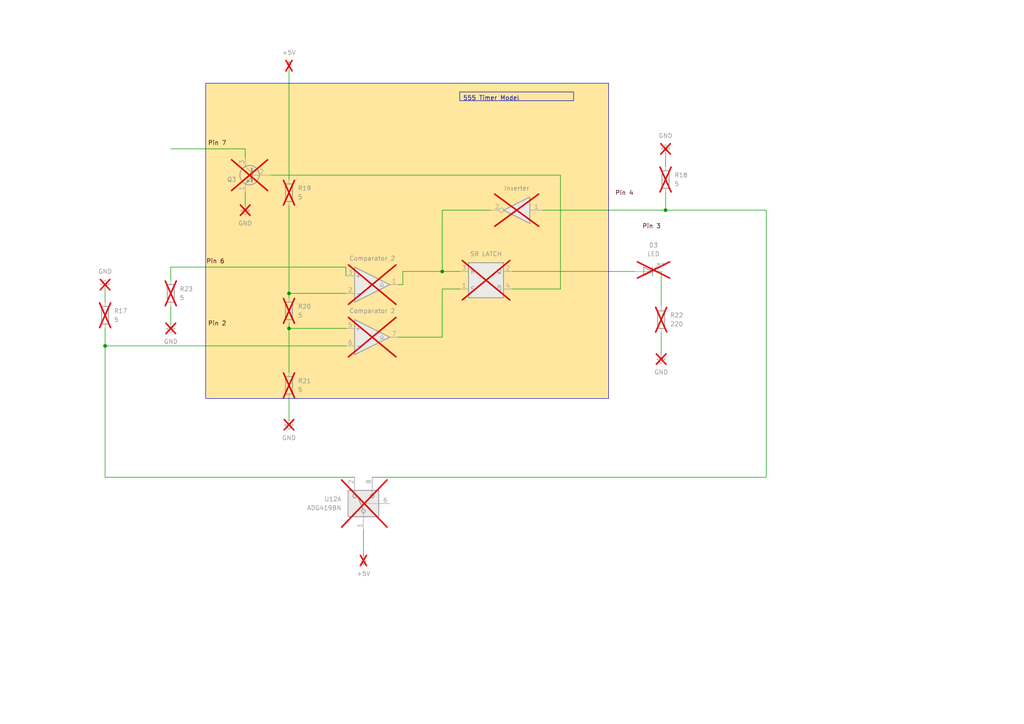
<source format=kicad_sch>
(kicad_sch (version 20231120) (generator "eeschema") (generator_version "8.0")
  (paper "A4")
  (lib_symbols
    (symbol "74xx:74LS04"
      (property "Reference" "U" (at 0 1.27 0))
      (property "Value" "74LS04" (at 0 -1.27 0))
      (symbol "74LS04_1_0"
        (polyline (pts (xy -3.81 3.81) (xy -3.81 -3.81) (xy 3.81 0) (xy -3.81 3.81)) (stroke (width 0.254)) (fill (type background)))
        (pin input line (at -7.62 0 0) (length 3.81) (name "~") (number "1"))
        (pin output inverted (at 7.62 0 180) (length 3.81) (name "~") (number "2"))
      )
      (symbol "74LS04_2_0"
        (polyline (pts (xy -3.81 3.81) (xy -3.81 -3.81) (xy 3.81 0) (xy -3.81 3.81)) (stroke (width 0.254)) (fill (type background)))
        (pin input line (at -7.62 0 0) (length 3.81) (name "~") (number "3"))
        (pin output inverted (at 7.62 0 180) (length 3.81) (name "~") (number "4"))
      )
      (symbol "74LS04_3_0"
        (polyline (pts (xy -3.81 3.81) (xy -3.81 -3.81) (xy 3.81 0) (xy -3.81 3.81)) (stroke (width 0.254)) (fill (type background)))
        (pin input line (at -7.62 0 0) (length 3.81) (name "~") (number "5"))
        (pin output inverted (at 7.62 0 180) (length 3.81) (name "~") (number "6"))
      )
      (symbol "74LS04_4_0"
        (polyline (pts (xy -3.81 3.81) (xy -3.81 -3.81) (xy 3.81 0) (xy -3.81 3.81)) (stroke (width 0.254)) (fill (type background)))
        (pin output inverted (at 7.62 0 180) (length 3.81) (name "~") (number "8"))
        (pin input line (at -7.62 0 0) (length 3.81) (name "~") (number "9"))
      )
      (symbol "74LS04_5_0"
        (polyline (pts (xy -3.81 3.81) (xy -3.81 -3.81) (xy 3.81 0) (xy -3.81 3.81)) (stroke (width 0.254)) (fill (type background)))
        (pin output inverted (at 7.62 0 180) (length 3.81) (name "~") (number "10"))
        (pin input line (at -7.62 0 0) (length 3.81) (name "~") (number "11"))
      )
      (symbol "74LS04_6_0"
        (polyline (pts (xy -3.81 3.81) (xy -3.81 -3.81) (xy 3.81 0) (xy -3.81 3.81)) (stroke (width 0.254)) (fill (type background)))
        (pin output inverted (at 7.62 0 180) (length 3.81) (name "~") (number "12"))
        (pin input line (at -7.62 0 0) (length 3.81) (name "~") (number "13"))
      )
      (symbol "74LS04_7_0"
        (pin power_in line (at 0 12.7 270) (length 5.08) (name "VCC") (number "14"))
        (pin power_in line (at 0 -12.7 90) (length 5.08) (name "GND") (number "7"))
      )
      (symbol "74LS04_7_1"
        (rectangle (start -5.08 7.62) (end 5.08 -7.62) (stroke (width 0.254)) (fill (type background)))
      )
    )
    (symbol "Analog_Switch:ADG419BN" (pin_names (offset 0.254))
      (property "Reference" "U" (at -3.175 7.493 0))
      (property "Value" "ADG419BN" (at -3.175 5.715 0))
      (symbol "ADG419BN_1_1"
        (rectangle (start -3.81 4.445) (end 3.81 -4.445) (stroke (width 0.254)) (fill (type background)))
        (circle (center -2.159 0) (radius 0.508) (stroke (width 0.254)))
        (polyline (pts (xy -5.08 0) (xy -2.794 0)))
        (polyline (pts (xy -1.651 0.127) (xy 2.54 1.905)) (stroke (width 0.254)))
        (polyline (pts (xy 0 -5.08) (xy 0 -4.572)))
        (polyline (pts (xy 0 -4.318) (xy 0 -4.064)))
        (polyline (pts (xy 0 -3.81) (xy 0 -3.556)))
        (polyline (pts (xy 0 -3.302) (xy 0 -3.048)))
        (polyline (pts (xy 0 -2.794) (xy 0 -2.54)))
        (polyline (pts (xy 0 -2.286) (xy 0 -2.032)))
        (polyline (pts (xy 0 -1.778) (xy 0 -1.524)))
        (polyline (pts (xy 0 -1.27) (xy 0 -1.016)))
        (polyline (pts (xy 0 -0.762) (xy 0 -0.508)))
        (polyline (pts (xy 0 -0.254) (xy 0 0)))
        (polyline (pts (xy 0 0.254) (xy 0 0.508)))
        (polyline (pts (xy 0 0.254) (xy 0 0.508)))
        (polyline (pts (xy 5.08 -2.54) (xy 2.794 -2.54)))
        (polyline (pts (xy 5.08 2.54) (xy 2.794 2.54)))
        (circle (center 2.159 -2.54) (radius 0.508) (stroke (width 0.254)))
        (circle (center 2.159 2.54) (radius 0.508) (stroke (width 0.254)))
        (pin passive line (at -7.62 0 0) (length 2.54) (name "~") (number "1"))
        (pin passive line (at 7.62 2.54 180) (length 2.54) (name "~") (number "2"))
        (pin input line (at 0 -7.62 90) (length 2.54) (name "~") (number "6"))
        (pin passive line (at 7.62 -2.54 180) (length 2.54) (name "~") (number "8"))
      )
      (symbol "ADG419BN_2_0"
        (pin power_in line (at 0 -12.7 90) (length 2.54) (name "GND") (number "3"))
        (pin power_in line (at 0 12.7 270) (length 2.54) (name "V+") (number "4"))
        (pin power_in line (at 2.54 12.7 270) (length 2.54) (name "VL") (number "5"))
        (pin power_in line (at 2.54 -12.7 90) (length 2.54) (name "V-") (number "7"))
      )
      (symbol "ADG419BN_2_1"
        (rectangle (start -3.81 10.16) (end 6.35 -10.16) (stroke (width 0.254)) (fill (type background)))
      )
    )
    (symbol "Comparator:LMV393" (pin_names (offset 0.127))
      (property "Reference" "U" (at 3.81 3.81 0))
      (property "Value" "LMV393" (at 6.35 -3.81 0))
      (symbol "LMV393_1_1"
        (polyline (pts (xy -5.08 5.08) (xy 5.08 0) (xy -5.08 -5.08) (xy -5.08 5.08)) (stroke (width 0.254)) (fill (type background)))
        (polyline (pts (xy 3.302 -0.508) (xy 2.794 -0.508) (xy 3.302 0) (xy 2.794 0.508) (xy 2.286 0) (xy 2.794 -0.508) (xy 2.286 -0.508)) (stroke (width 0.127)))
        (pin open_collector line (at 7.62 0 180) (length 2.54) (name "~") (number "1"))
        (pin input line (at -7.62 -2.54 0) (length 2.54) (name "-") (number "2"))
        (pin input line (at -7.62 2.54 0) (length 2.54) (name "+") (number "3"))
      )
      (symbol "LMV393_2_1"
        (polyline (pts (xy -5.08 5.08) (xy 5.08 0) (xy -5.08 -5.08) (xy -5.08 5.08)) (stroke (width 0.254)) (fill (type background)))
        (polyline (pts (xy 3.302 -0.508) (xy 2.794 -0.508) (xy 3.302 0) (xy 2.794 0.508) (xy 2.286 0) (xy 2.794 -0.508) (xy 2.286 -0.508)) (stroke (width 0.127)))
        (pin input line (at -7.62 2.54 0) (length 2.54) (name "+") (number "5"))
        (pin input line (at -7.62 -2.54 0) (length 2.54) (name "-") (number "6"))
        (pin open_collector line (at 7.62 0 180) (length 2.54) (name "~") (number "7"))
      )
      (symbol "LMV393_3_1"
        (pin power_in line (at -2.54 -7.62 90) (length 3.81) (name "V-") (number "4"))
        (pin power_in line (at -2.54 7.62 270) (length 3.81) (name "V+") (number "8"))
      )
    )
    (symbol "Device:LED" (pin_numbers hide) (pin_names (offset 1.016) hide)
      (property "Reference" "D" (at 0 2.54 0))
      (property "Value" "LED" (at 0 -2.54 0))
      (symbol "LED_0_1"
        (polyline (pts (xy -1.27 -1.27) (xy -1.27 1.27)) (stroke (width 0.254)))
        (polyline (pts (xy -1.27 0) (xy 1.27 0)))
        (polyline (pts (xy 1.27 -1.27) (xy 1.27 1.27) (xy -1.27 0) (xy 1.27 -1.27)) (stroke (width 0.254)))
        (polyline (pts (xy -3.048 -0.762) (xy -4.572 -2.286) (xy -3.81 -2.286) (xy -4.572 -2.286) (xy -4.572 -1.524)))
        (polyline (pts (xy -1.778 -0.762) (xy -3.302 -2.286) (xy -2.54 -2.286) (xy -3.302 -2.286) (xy -3.302 -1.524)))
      )
      (symbol "LED_1_1"
        (pin passive line (at -3.81 0 0) (length 2.54) (name "K") (number "1"))
        (pin passive line (at 3.81 0 180) (length 2.54) (name "A") (number "2"))
      )
    )
    (symbol "Device:R" (pin_numbers hide) (pin_names (offset 0))
      (property "Reference" "R" (at 2.032 0 90))
      (property "Value" "R" (at 0 0 90))
      (symbol "R_0_1"
        (rectangle (start -1.016 -2.54) (end 1.016 2.54) (stroke (width 0.254)))
      )
      (symbol "R_1_1"
        (pin passive line (at 0 3.81 270) (length 1.27) (name "~") (number "1"))
        (pin passive line (at 0 -3.81 90) (length 1.27) (name "~") (number "2"))
      )
    )
    (symbol "Symbols_Only:74LS279"
      (property "Reference" "U2" (at 0 10.16 0))
      (property "Value" "SR LATCH" (at 0 7.62 0))
      (symbol "74LS279_1_1"
        (rectangle (start -5.08 5.08) (end 5.08 -5.08) (stroke (width 0.254)) (fill (type background)))
        (pin input line (at -7.62 -2.54 0) (length 2.54) (name "S") (number "1"))
        (pin input line (at 7.62 2.54 180) (length 2.54) (name "Q") (number "2"))
        (pin input line (at -7.62 2.54 0) (length 2.54) (name "R") (number "3"))
        (pin output line (at 7.62 -2.54 180) (length 2.54) (name "~{Q}") (number "4"))
      )
      (symbol "74LS279_2_1"
        (rectangle (start -5.08 5.08) (end 5.08 -5.08) (stroke (width 0.254)) (fill (type background)))
        (pin input line (at -7.62 -2.54 0) (length 2.54) (name "~{R}") (number "5"))
        (pin input line (at -7.62 2.54 0) (length 2.54) (name "~{S}") (number "6"))
        (pin output line (at 7.62 0 180) (length 2.54) (name "Q") (number "7"))
      )
      (symbol "74LS279_3_1"
        (rectangle (start -5.08 5.08) (end 5.08 -5.08) (stroke (width 0.254)) (fill (type background)))
        (pin input line (at -7.62 -2.54 0) (length 2.54) (name "~{R}") (number "10"))
        (pin input line (at -7.62 2.54 0) (length 2.54) (name "~{S}") (number "11"))
        (pin input line (at -7.62 0 0) (length 2.54) (name "~{S}") (number "12"))
        (pin output line (at 7.62 0 180) (length 2.54) (name "Q") (number "9"))
      )
      (symbol "74LS279_4_1"
        (rectangle (start -5.08 5.08) (end 5.08 -5.08) (stroke (width 0.254)) (fill (type background)))
        (pin output line (at 7.62 0 180) (length 2.54) (name "Q") (number "13"))
        (pin input line (at -7.62 -2.54 0) (length 2.54) (name "~{R}") (number "14"))
        (pin input line (at -7.62 2.54 0) (length 2.54) (name "~{S}") (number "15"))
      )
      (symbol "74LS279_5_0"
        (pin power_in line (at 0 10.16 270) (length 2.54) (name "VCC") (number "16"))
        (pin power_in line (at 0 -10.16 90) (length 2.54) (name "GND") (number "8"))
      )
      (symbol "74LS279_5_1"
        (rectangle (start -5.08 7.62) (end 5.08 -7.62) (stroke (width 0.254)) (fill (type background)))
      )
    )
    (symbol "Transistor_BJT:BC107" (pin_names (offset 0) hide)
      (property "Reference" "Q" (at 5.08 1.905 0))
      (property "Value" "BC107" (at 5.08 0 0))
      (symbol "BC107_0_1"
        (polyline (pts (xy 0.635 0.635) (xy 2.54 2.54)))
        (polyline (pts (xy 0.635 -0.635) (xy 2.54 -2.54) (xy 2.54 -2.54)))
        (polyline (pts (xy 0.635 1.905) (xy 0.635 -1.905) (xy 0.635 -1.905)) (stroke (width 0.508)))
        (polyline (pts (xy 1.27 -1.778) (xy 1.778 -1.27) (xy 2.286 -2.286) (xy 1.27 -1.778) (xy 1.27 -1.778)) (fill (type outline)))
        (circle (center 1.27 0) (radius 2.8194) (stroke (width 0.254)))
      )
      (symbol "BC107_1_1"
        (pin passive line (at 2.54 -5.08 90) (length 2.54) (name "E") (number "1"))
        (pin input line (at -5.08 0 0) (length 5.715) (name "B") (number "2"))
        (pin passive line (at 2.54 5.08 270) (length 2.54) (name "C") (number "3"))
      )
    )
    (symbol "power:+5V" (power) (pin_numbers hide) (pin_names (offset 0) hide)
      (property "Value" "+5V" (at 0 3.556 0))
      (symbol "+5V_0_1"
        (polyline (pts (xy -0.762 1.27) (xy 0 2.54)))
        (polyline (pts (xy 0 0) (xy 0 2.54)))
        (polyline (pts (xy 0 2.54) (xy 0.762 1.27)))
      )
      (symbol "+5V_1_1"
        (pin power_in line (at 0 0 90) (length 0) (name "~") (number "1"))
      )
    )
    (symbol "power:GND" (power) (pin_numbers hide) (pin_names (offset 0) hide)
      (property "Value" "GND" (at 0 -3.81 0))
      (symbol "GND_0_1"
        (polyline (pts (xy 0 0) (xy 0 -1.27) (xy 1.27 -1.27) (xy 0 -2.54) (xy -1.27 -1.27) (xy 0 -1.27)))
      )
      (symbol "GND_1_1"
        (pin power_in line (at 0 0 270) (length 0) (name "~") (number "1"))
      )
    )
  )
  (junction (at 30.48 100.33))
  (junction (at 128.27 78.74))
  (junction (at 193.04 60.96))
  (junction (at 83.82 95.25))
  (junction (at 83.82 85.09))
  (wire (pts (xy 105.41 153.67) (xy 105.41 161.29)))
  (wire (pts (xy 100.33 77.47) (xy 100.33 80.01)))
  (wire (pts (xy 49.53 77.47) (xy 49.53 81.28)))
  (wire (pts (xy 184.15 78.74) (xy 148.59 78.74)))
  (wire (pts (xy 83.82 85.09) (xy 100.33 85.09)))
  (wire (pts (xy 83.82 93.98) (xy 83.82 95.25)))
  (wire (pts (xy 30.48 100.33) (xy 100.33 100.33)))
  (wire (pts (xy 83.82 95.25) (xy 83.82 107.95)))
  (wire (pts (xy 30.48 83.82) (xy 30.48 87.63)))
  (wire (pts (xy 83.82 20.32) (xy 83.82 52.07)))
  (wire (pts (xy 193.04 44.45) (xy 193.04 48.26)))
  (wire (pts (xy 128.27 83.82) (xy 133.35 83.82)))
  (wire (pts (xy 49.53 88.9) (xy 49.53 93.98)))
  (wire (pts (xy 116.84 82.55) (xy 116.84 78.74)))
  (wire (pts (xy 30.48 95.25) (xy 30.48 100.33)))
  (wire (pts (xy 49.53 77.47) (xy 100.33 77.47)))
  (wire (pts (xy 148.59 83.82) (xy 162.56 83.82)))
  (wire (pts (xy 162.56 50.8) (xy 78.74 50.8)))
  (wire (pts (xy 128.27 60.96) (xy 128.27 78.74)))
  (wire (pts (xy 83.82 85.09) (xy 83.82 86.36)))
  (wire (pts (xy 191.77 78.74) (xy 191.77 88.9)))
  (wire (pts (xy 142.24 60.96) (xy 128.27 60.96)))
  (wire (pts (xy 71.12 55.88) (xy 71.12 59.69)))
  (wire (pts (xy 222.25 60.96) (xy 193.04 60.96)))
  (wire (pts (xy 107.95 138.43) (xy 222.25 138.43)))
  (wire (pts (xy 115.57 82.55) (xy 116.84 82.55)))
  (wire (pts (xy 128.27 78.74) (xy 133.35 78.74)))
  (wire (pts (xy 157.48 60.96) (xy 193.04 60.96)))
  (wire (pts (xy 71.12 43.18) (xy 71.12 45.72)))
  (wire (pts (xy 49.53 43.18) (xy 71.12 43.18)))
  (wire (pts (xy 128.27 83.82) (xy 128.27 97.79)))
  (wire (pts (xy 222.25 138.43) (xy 222.25 60.96)))
  (wire (pts (xy 83.82 95.25) (xy 100.33 95.25)))
  (wire (pts (xy 193.04 55.88) (xy 193.04 60.96)))
  (wire (pts (xy 83.82 115.57) (xy 83.82 121.92)))
  (wire (pts (xy 128.27 97.79) (xy 115.57 97.79)))
  (wire (pts (xy 116.84 78.74) (xy 128.27 78.74)))
  (wire (pts (xy 83.82 59.69) (xy 83.82 85.09)))
  (wire (pts (xy 30.48 138.43) (xy 30.48 100.33)))
  (wire (pts (xy 162.56 83.82) (xy 162.56 50.8)))
  (wire (pts (xy 191.77 96.52) (xy 191.77 102.87)))
  (wire (pts (xy 102.87 138.43) (xy 30.48 138.43)))
  (rectangle (start 59.69 24.13) (end 176.53 115.57) (fill (type color) (color 255 231 159 1)))
  (text_box "555 Timer Model\n" (at 133.35 26.67 0) (size 33.02 2.54) (effects (font (size 1.27 1.27)) (justify left top)))
  (text "Pin 7" (at 62.992 41.656 0) (effects (font (size 1.27 1.27))))
  (text "Pin 6" (at 62.484 75.946 0) (effects (font (size 1.27 1.27))))
  (text "Pin 3\n" (at 188.976 65.786 0) (effects (font (size 1.27 1.27))))
  (text "Pin 2" (at 62.992 93.98 0) (effects (font (size 1.27 1.27))))
  (text "Pin 4\n" (at 181.102 56.134 0) (effects (font (size 1.27 1.27))))
  (symbol (lib_id "power:GND") (at 49.53 93.98 0) (unit 1) (exclude_from_sim yes) (in_bom no) (on_board no) (dnp yes)
    (property "Reference" "#PWR019" (effects (hide yes)))
    (property "Value" "GND" (at 49.53 99.06 0))
    (property "Description" "Power symbol creates a global label with name \"GND\" , ground" (effects (hide yes)))
  )
  (symbol (lib_id "power:GND") (at 193.04 44.45 180) (unit 1) (exclude_from_sim yes) (in_bom no) (on_board no) (dnp yes)
    (property "Reference" "#PWR021" (effects (hide yes)))
    (property "Value" "GND" (at 193.04 39.37 0))
    (property "Description" "Power symbol creates a global label with name \"GND\" , ground" (effects (hide yes)))
  )
  (symbol (lib_id "Device:R") (at 83.82 55.88 0) (unit 1) (exclude_from_sim yes) (in_bom no) (on_board no) (dnp yes)
    (property "Reference" "R19" (at 86.36 54.6099 0) (effects (justify left)))
    (property "Value" "5" (at 86.36 57.1499 0) (effects (justify left)))
    (property "Description" "Resistor" (effects (hide yes)))
  )
  (symbol (lib_id "Device:R") (at 83.82 111.76 0) (unit 1) (exclude_from_sim yes) (in_bom no) (on_board no) (dnp yes)
    (property "Reference" "R21" (at 86.36 110.4899 0) (effects (justify left)))
    (property "Value" "5" (at 86.36 113.0299 0) (effects (justify left)))
    (property "Description" "Resistor" (effects (hide yes)))
  )
  (symbol (lib_id "Device:R") (at 191.77 92.71 0) (unit 1) (exclude_from_sim yes) (in_bom no) (on_board no) (dnp yes)
    (property "Reference" "R22" (at 194.31 91.4399 0) (effects (justify left)))
    (property "Value" "220" (at 194.31 93.9799 0) (effects (justify left)))
    (property "Description" "Resistor" (effects (hide yes)))
  )
  (symbol (lib_id "power:GND") (at 71.12 59.69 0) (unit 1) (exclude_from_sim yes) (in_bom no) (on_board no) (dnp yes)
    (property "Reference" "#PWR023" (effects (hide yes)))
    (property "Value" "GND" (at 71.12 64.77 0))
    (property "Description" "Power symbol creates a global label with name \"GND\" , ground" (effects (hide yes)))
  )
  (symbol (lib_id "Comparator:LMV393") (at 107.95 82.55 0) (unit 1) (exclude_from_sim yes) (in_bom no) (on_board no) (dnp yes)
    (property "Reference" "U7" (effects (hide yes)))
    (property "Value" "Comparator 2" (at 107.95 74.93 0))
    (property "Datasheet" "http://www.ti.com/lit/ds/symlink/lmv331.pdf" (effects (hide yes)))
    (property "Description" "Dual General-Purpose Low-Voltage Comparator, SOIC-8/TSSOP-8/VSSOP-8" (effects (hide yes)))
  )
  (symbol (lib_id "Symbols_Only:74LS279") (at 140.97 81.28 0) (unit 1) (exclude_from_sim yes) (in_bom no) (on_board no) (dnp yes)
    (property "Reference" "U8" (effects (hide yes)))
    (property "Value" "SR LATCH" (at 140.97 73.66 0))
    (property "Datasheet" "https://www.ti.com/lit/gpn/sn54ls279a" (effects (hide yes)))
    (property "Description" "Quad SR latch, DIP-16/SOIC-16/SOIC-16W" (effects (hide yes)))
  )
  (symbol (lib_id "power:+5V") (at 105.41 161.29 180) (unit 1) (exclude_from_sim yes) (in_bom no) (on_board no) (dnp yes)
    (property "Reference" "#PWR022" (effects (hide yes)))
    (property "Value" "+5V" (at 105.41 166.37 0))
    (property "Description" "Power symbol creates a global label with name \"+5V\"" (effects (hide yes)))
  )
  (symbol (lib_id "Comparator:LMV393") (at 107.95 97.79 0) (unit 2) (exclude_from_sim yes) (in_bom no) (on_board no) (dnp yes)
    (property "Reference" "U7" (effects (hide yes)))
    (property "Value" "Comparator 2" (at 107.95 90.17 0))
    (property "Datasheet" "http://www.ti.com/lit/ds/symlink/lmv331.pdf" (effects (hide yes)))
    (property "Description" "Dual General-Purpose Low-Voltage Comparator, SOIC-8/TSSOP-8/VSSOP-8" (effects (hide yes)))
  )
  (symbol (lib_id "power:GND") (at 191.77 102.87 0) (unit 1) (exclude_from_sim yes) (in_bom no) (on_board no) (dnp yes)
    (property "Reference" "#PWR026" (effects (hide yes)))
    (property "Value" "GND" (at 191.77 107.95 0))
    (property "Description" "Power symbol creates a global label with name \"GND\" , ground" (effects (hide yes)))
  )
  (symbol (lib_id "Device:R") (at 49.53 85.09 0) (unit 1) (exclude_from_sim yes) (in_bom no) (on_board no) (dnp yes)
    (property "Reference" "R23" (at 52.07 83.8199 0) (effects (justify left)))
    (property "Value" "5" (at 52.07 86.3599 0) (effects (justify left)))
    (property "Description" "Resistor" (effects (hide yes)))
  )
  (symbol (lib_id "74xx:74LS04") (at 149.86 60.96 180) (unit 1) (exclude_from_sim yes) (in_bom no) (on_board no) (dnp yes)
    (property "Reference" "U9" (effects (hide yes)))
    (property "Value" "Inverter" (at 149.86 54.61 0))
    (property "Datasheet" "http://www.ti.com/lit/gpn/sn74LS04" (effects (hide yes)))
    (property "Description" "Hex Inverter" (effects (hide yes)))
  )
  (symbol (lib_id "power:GND") (at 30.48 83.82 180) (unit 1) (exclude_from_sim yes) (in_bom no) (on_board no) (dnp yes)
    (property "Reference" "#PWR020" (effects (hide yes)))
    (property "Value" "GND" (at 30.48 78.74 0))
    (property "Description" "Power symbol creates a global label with name \"GND\" , ground" (effects (hide yes)))
  )
  (symbol (lib_id "power:GND") (at 83.82 121.92 0) (unit 1) (exclude_from_sim yes) (in_bom no) (on_board no) (dnp yes)
    (property "Reference" "#PWR025" (effects (hide yes)))
    (property "Value" "GND" (at 83.82 127 0))
    (property "Description" "Power symbol creates a global label with name \"GND\" , ground" (effects (hide yes)))
  )
  (symbol (lib_id "Device:R") (at 193.04 52.07 0) (unit 1) (exclude_from_sim yes) (in_bom no) (on_board no) (dnp yes)
    (property "Reference" "R18" (at 195.58 50.7999 0) (effects (justify left)))
    (property "Value" "5" (at 195.58 53.3399 0) (effects (justify left)))
    (property "Description" "Resistor" (effects (hide yes)))
  )
  (symbol (lib_id "power:+5V") (at 83.82 20.32 0) (unit 1) (exclude_from_sim yes) (in_bom no) (on_board no) (dnp yes)
    (property "Reference" "#PWR024" (effects (hide yes)))
    (property "Value" "+5V" (at 83.82 15.24 0))
    (property "Description" "Power symbol creates a global label with name \"+5V\"" (effects (hide yes)))
  )
  (symbol (lib_id "Device:R") (at 30.48 91.44 0) (unit 1) (exclude_from_sim yes) (in_bom no) (on_board no) (dnp yes)
    (property "Reference" "R17" (at 33.02 90.1699 0) (effects (justify left)))
    (property "Value" "5" (at 33.02 92.7099 0) (effects (justify left)))
    (property "Description" "Resistor" (effects (hide yes)))
  )
  (symbol (lib_id "Analog_Switch:ADG419BN") (at 105.41 146.05 90) (unit 1) (exclude_from_sim yes) (in_bom no) (on_board no) (dnp yes)
    (property "Reference" "U12" (at 99.06 144.7799 90) (effects (justify left)))
    (property "Value" "ADG419BN" (at 99.06 147.3199 90) (effects (justify left)))
    (property "Footprint" "Package_DIP:DIP-8_W7.62mm" (effects (hide yes)))
    (property "Datasheet" "https://www.analog.com/media/en/technical-documentation/data-sheets/ADG419.pdf" (effects (hide yes)))
    (property "Description" "Single SPDT Monolithic LC²MOS Analog Switch, 25Ohm Ron, DIP-8" (effects (hide yes)))
  )
  (symbol (lib_id "Transistor_BJT:BC107") (at 73.66 50.8 0) (mirror y) (unit 1) (exclude_from_sim yes) (in_bom no) (on_board no) (dnp yes)
    (property "Reference" "Q3" (at 68.58 52.0701 0) (effects (justify left)))
    (property "Value" "BC107" (effects (hide yes)))
    (property "Footprint" "Package_TO_SOT_THT:TO-18-3" (effects (hide yes)))
    (property "Datasheet" "http://www.b-kainka.de/Daten/Transistor/BC108.pdf" (effects (hide yes)))
    (property "Description" "0.1A Ic, 50V Vce, Low Noise General Purpose NPN Transistor, TO-18" (effects (hide yes)))
  )
  (symbol (lib_id "Device:R") (at 83.82 90.17 0) (unit 1) (exclude_from_sim yes) (in_bom no) (on_board no) (dnp yes)
    (property "Reference" "R20" (at 86.36 88.8999 0) (effects (justify left)))
    (property "Value" "5" (at 86.36 91.4399 0) (effects (justify left)))
    (property "Description" "Resistor" (effects (hide yes)))
  )
  (symbol (lib_id "Device:LED") (at 187.96 78.74 180) (unit 1) (exclude_from_sim yes) (in_bom no) (on_board no) (dnp yes)
    (property "Reference" "D3" (at 189.5475 71.12 0))
    (property "Value" "LED" (at 189.5475 73.66 0))
    (property "Description" "Light emitting diode" (effects (hide yes)))
  )
)
</source>
